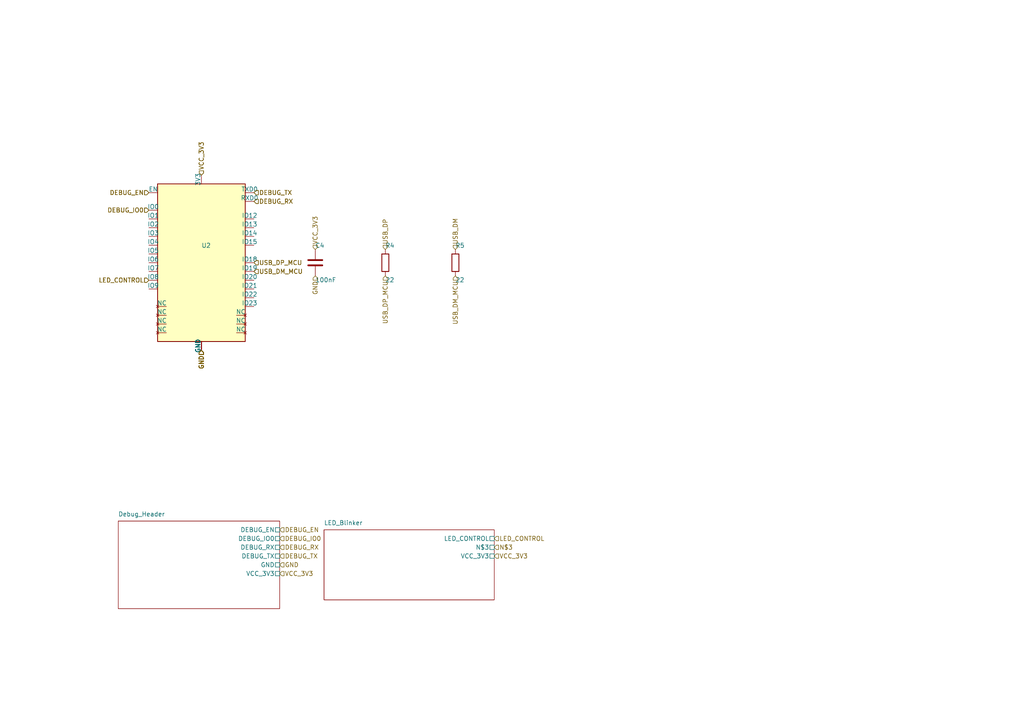
<source format=kicad_sch>
(kicad_sch (version 20250114) (generator "circuit_synth") (generator_version "9.0")
  (paper "A4")
  (lib_symbols
    (symbol "Device:C" (pin_numbers hide) (pin_names (offset 0))
      (property "Reference" "C" (at 0 0 0))
      (property "Value" "C" (at 0 0 0))
      (symbol "C_0_1"
        (polyline (pts (xy -2.032 0.762) (xy 2.032 0.762)) (stroke (width 0.508)))
        (polyline (pts (xy -2.032 -0.762) (xy 2.032 -0.762)) (stroke (width 0.508)))
      )
      (symbol "C_1_1"
        (pin passive line (at 0 3.81 270) (length 2.794) (name "~") (number "1"))
        (pin passive line (at 0 -3.81 90) (length 2.794) (name "~") (number "2"))
      )
    )
    (symbol "Device:R" (pin_numbers hide) (pin_names (offset 0))
      (property "Reference" "R" (at 0 0 0))
      (property "Value" "R" (at 0 0 0))
      (symbol "R_0_1"
        (rectangle (start -1.016 -2.54) (end 1.016 2.54) (stroke (width 0.254)))
      )
      (symbol "R_1_1"
        (pin passive line (at 0 3.81 270) (length 1.27) (name "~") (number "1"))
        (pin passive line (at 0 -3.81 90) (length 1.27) (name "~") (number "2"))
      )
    )
    (symbol "RF_Module:ESP32-C6-MINI-1" (pin_numbers hide) (pin_names (offset 0))
      (property "Reference" "U" (at 0 0 0))
      (property "Value" "ESP32-C6-MINI-1" (at 0 0 0))
      (symbol "ESP32-C6-MINI-1_0_1"
        (rectangle (start -12.7 22.86) (end 12.7 -22.86) (stroke (width 0.254)) (fill (type background)))
      )
      (symbol "ESP32-C6-MINI-1_1_1"
        (pin input line (at -15.24 20.32 0) (length 2.54) (name "EN") (number "8"))
        (pin bidirectional line (at -15.24 15.24 0) (length 2.54) (name "IO0") (number "12"))
        (pin bidirectional line (at -15.24 12.7 0) (length 2.54) (name "IO1") (number "13"))
        (pin bidirectional line (at -15.24 10.16 0) (length 2.54) (name "IO2") (number "5"))
        (pin bidirectional line (at -15.24 7.62 0) (length 2.54) (name "IO3") (number "6"))
        (pin bidirectional line (at -15.24 5.08 0) (length 2.54) (name "IO4") (number "9"))
        (pin bidirectional line (at -15.24 2.54 0) (length 2.54) (name "IO5") (number "10"))
        (pin bidirectional line (at -15.24 0 0) (length 2.54) (name "IO6") (number "15"))
        (pin bidirectional line (at -15.24 -2.54 0) (length 2.54) (name "IO7") (number "16"))
        (pin bidirectional line (at -15.24 -5.08 0) (length 2.54) (name "IO8") (number "22"))
        (pin bidirectional line (at -15.24 -7.62 0) (length 2.54) (name "IO9") (number "23"))
        (pin no_connect line (at -12.7 -12.7 0) (length 2.54) (name "NC") (number "32"))
        (pin no_connect line (at -12.7 -15.24 0) (length 2.54) (name "NC") (number "33"))
        (pin no_connect line (at -12.7 -17.78 0) (length 2.54) (name "NC") (number "34"))
        (pin no_connect line (at -12.7 -20.32 0) (length 2.54) (name "NC") (number "35"))
        (pin power_in line (at 0 25.4 270) (length 2.54) (name "3V3") (number "3"))
        (pin power_in line (at 0 -25.4 90) (length 2.54) (name "GND") (number "1"))
        (pin passive line (at 0 -25.4 90) (length 2.54) (name "GND") (number "11"))
        (pin passive line (at 0 -25.4 90) (length 2.54) (name "GND") (number "14"))
        (pin passive line (at 0 -25.4 90) (length 2.54) (name "GND") (number "2"))
        (pin passive line (at 0 -25.4 90) (length 2.54) (name "GND") (number "36"))
        (pin passive line (at 0 -25.4 90) (length 2.54) (name "GND") (number "37"))
        (pin passive line (at 0 -25.4 90) (length 2.54) (name "GND") (number "38"))
        (pin passive line (at 0 -25.4 90) (length 2.54) (name "GND") (number "39"))
        (pin passive line (at 0 -25.4 90) (length 2.54) (name "GND") (number "40"))
        (pin passive line (at 0 -25.4 90) (length 2.54) (name "GND") (number "41"))
        (pin passive line (at 0 -25.4 90) (length 2.54) (name "GND") (number "42"))
        (pin passive line (at 0 -25.4 90) (length 2.54) (name "GND") (number "43"))
        (pin passive line (at 0 -25.4 90) (length 2.54) (name "GND") (number "44"))
        (pin passive line (at 0 -25.4 90) (length 2.54) (name "GND") (number "45"))
        (pin passive line (at 0 -25.4 90) (length 2.54) (name "GND") (number "46"))
        (pin passive line (at 0 -25.4 90) (length 2.54) (name "GND") (number "47"))
        (pin passive line (at 0 -25.4 90) (length 2.54) (name "GND") (number "48"))
        (pin passive line (at 0 -25.4 90) (length 2.54) (name "GND") (number "49"))
        (pin passive line (at 0 -25.4 90) (length 2.54) (name "GND") (number "50"))
        (pin passive line (at 0 -25.4 90) (length 2.54) (name "GND") (number "51"))
        (pin passive line (at 0 -25.4 90) (length 2.54) (name "GND") (number "52"))
        (pin passive line (at 0 -25.4 90) (length 2.54) (name "GND") (number "53"))
        (pin no_connect line (at 12.7 -15.24 180) (length 2.54) (name "NC") (number "4"))
        (pin no_connect line (at 12.7 -17.78 180) (length 2.54) (name "NC") (number "7"))
        (pin no_connect line (at 12.7 -20.32 180) (length 2.54) (name "NC") (number "21"))
        (pin bidirectional line (at 15.24 20.32 180) (length 2.54) (name "TXD0") (number "31"))
        (pin bidirectional line (at 15.24 17.78 180) (length 2.54) (name "RXD0") (number "30"))
        (pin bidirectional line (at 15.24 12.7 180) (length 2.54) (name "IO12") (number "17"))
        (pin bidirectional line (at 15.24 10.16 180) (length 2.54) (name "IO13") (number "18"))
        (pin bidirectional line (at 15.24 7.62 180) (length 2.54) (name "IO14") (number "19"))
        (pin bidirectional line (at 15.24 5.08 180) (length 2.54) (name "IO15") (number "20"))
        (pin bidirectional line (at 15.24 0 180) (length 2.54) (name "IO18") (number "24"))
        (pin bidirectional line (at 15.24 -2.54 180) (length 2.54) (name "IO19") (number "25"))
        (pin bidirectional line (at 15.24 -5.08 180) (length 2.54) (name "IO20") (number "26"))
        (pin bidirectional line (at 15.24 -7.62 180) (length 2.54) (name "IO21") (number "27"))
        (pin bidirectional line (at 15.24 -10.16 180) (length 2.54) (name "IO22") (number "28"))
        (pin bidirectional line (at 15.24 -12.7 180) (length 2.54) (name "IO23") (number "29"))
      )
    )
  )
  (symbol (lib_id "RF_Module:ESP32-C6-MINI-1") (at 58.42 76.2 0) (unit 1)
    (property "Reference" "U2" (at 58.42 71.2 0) (effects (justify left)))
    (property "Footprint" "RF_Module:ESP32-C6-MINI-1" (effects (hide yes)))
  )
  (symbol (lib_id "Device:C") (at 91.44 76.2 0) (unit 1)
    (property "Reference" "C4" (at 91.44 71.2 0) (effects (justify left)))
    (property "Value" "100nF" (at 91.44 81.2 0) (effects (justify left)))
    (property "Footprint" "Capacitor_SMD:C_0603_1608Metric" (effects (hide yes)))
  )
  (symbol (lib_id "Device:R") (at 111.76 76.2 0) (unit 1)
    (property "Reference" "R4" (at 111.76 71.2 0) (effects (justify left)))
    (property "Value" "22" (at 111.76 81.2 0) (effects (justify left)))
    (property "Footprint" "Resistor_SMD:R_0603_1608Metric" (effects (hide yes)))
  )
  (symbol (lib_id "Device:R") (at 132.08 76.2 0) (unit 1)
    (property "Reference" "R5" (at 132.08 71.2 0) (effects (justify left)))
    (property "Value" "22" (at 132.08 81.2 0) (effects (justify left)))
    (property "Footprint" "Resistor_SMD:R_0603_1608Metric" (effects (hide yes)))
  )
  (hierarchical_label "DEBUG_EN" (shape input) (at 43.18 55.88 180))
  (hierarchical_label "DEBUG_EN" (shape input) (at 43.18 55.88 180))
  (hierarchical_label "DEBUG_IO0" (shape input) (at 43.18 60.96 180))
  (hierarchical_label "DEBUG_IO0" (shape input) (at 43.18 60.96 180))
  (hierarchical_label "LED_CONTROL" (shape input) (at 43.18 81.28 180))
  (hierarchical_label "LED_CONTROL" (shape input) (at 43.18 81.28 180))
  (hierarchical_label "VCC_3V3" (shape input) (at 58.42 50.8 90))
  (hierarchical_label "VCC_3V3" (shape input) (at 58.42 50.8 90))
  (hierarchical_label "VCC_3V3" (shape input) (at 91.44 72.39 90))
  (hierarchical_label "GND" (shape input) (at 58.42 101.6 270))
  (hierarchical_label "GND" (shape input) (at 58.42 101.6 270))
  (hierarchical_label "GND" (shape input) (at 58.42 101.6 270))
  (hierarchical_label "GND" (shape input) (at 58.42 101.6 270))
  (hierarchical_label "GND" (shape input) (at 58.42 101.6 270))
  (hierarchical_label "GND" (shape input) (at 58.42 101.6 270))
  (hierarchical_label "GND" (shape input) (at 58.42 101.6 270))
  (hierarchical_label "GND" (shape input) (at 58.42 101.6 270))
  (hierarchical_label "GND" (shape input) (at 58.42 101.6 270))
  (hierarchical_label "GND" (shape input) (at 58.42 101.6 270))
  (hierarchical_label "GND" (shape input) (at 58.42 101.6 270))
  (hierarchical_label "GND" (shape input) (at 58.42 101.6 270))
  (hierarchical_label "GND" (shape input) (at 58.42 101.6 270))
  (hierarchical_label "GND" (shape input) (at 58.42 101.6 270))
  (hierarchical_label "GND" (shape input) (at 58.42 101.6 270))
  (hierarchical_label "GND" (shape input) (at 58.42 101.6 270))
  (hierarchical_label "GND" (shape input) (at 58.42 101.6 270))
  (hierarchical_label "GND" (shape input) (at 58.42 101.6 270))
  (hierarchical_label "GND" (shape input) (at 58.42 101.6 270))
  (hierarchical_label "GND" (shape input) (at 58.42 101.6 270))
  (hierarchical_label "GND" (shape input) (at 58.42 101.6 270))
  (hierarchical_label "GND" (shape input) (at 58.42 101.6 270))
  (hierarchical_label "GND" (shape input) (at 91.44 80.01 270))
  (hierarchical_label "DEBUG_TX" (shape input) (at 73.66 55.88 0))
  (hierarchical_label "DEBUG_TX" (shape input) (at 73.66 55.88 0))
  (hierarchical_label "DEBUG_RX" (shape input) (at 73.66 58.42 0))
  (hierarchical_label "DEBUG_RX" (shape input) (at 73.66 58.42 0))
  (hierarchical_label "USB_DP_MCU" (shape input) (at 73.66 76.2 0))
  (hierarchical_label "USB_DP_MCU" (shape input) (at 73.66 76.2 0))
  (hierarchical_label "USB_DP_MCU" (shape input) (at 111.76 80.01 270))
  (hierarchical_label "USB_DM_MCU" (shape input) (at 73.66 78.74 0))
  (hierarchical_label "USB_DM_MCU" (shape input) (at 73.66 78.74 0))
  (hierarchical_label "USB_DM_MCU" (shape input) (at 132.08 80.01 270))
  (hierarchical_label "USB_DP" (shape input) (at 111.76 72.39 90))
  (hierarchical_label "USB_DM" (shape input) (at 132.08 72.39 90))
  (hierarchical_label "DEBUG_EN" (shape input) (at 81.12 153.67 0))
  (hierarchical_label "DEBUG_IO0" (shape input) (at 81.12 156.21 0))
  (hierarchical_label "DEBUG_RX" (shape input) (at 81.12 158.75 0))
  (hierarchical_label "DEBUG_TX" (shape input) (at 81.12 161.29 0))
  (hierarchical_label "GND" (shape input) (at 81.12 163.83 0))
  (hierarchical_label "VCC_3V3" (shape input) (at 81.12 166.37 0))
  (hierarchical_label "LED_CONTROL" (shape input) (at 143.35 156.21 0))
  (hierarchical_label "N$3" (shape input) (at 143.35 158.75 0))
  (hierarchical_label "VCC_3V3" (shape input) (at 143.35 161.29 0))
  (sheet (at 34.29 151.13) (size 46.83 25.4) (stroke (width 0.12))
    (property "Sheetname" "Debug_Header" (at 34.29 149.86 0) (effects (justify left bottom)))
    (property "Sheetfile" "Debug_Header.kicad_sch" (effects (hide yes)))
    (pin DEBUG_EN passive (at 79.85 153.67 0))
    (pin DEBUG_IO0 passive (at 79.85 156.21 0))
    (pin DEBUG_RX passive (at 79.85 158.75 0))
    (pin DEBUG_TX passive (at 79.85 161.29 0))
    (pin GND passive (at 79.85 163.83 0))
    (pin VCC_3V3 passive (at 79.85 166.37 0))
  )
  (sheet (at 93.98 153.67) (size 49.37 20.32) (stroke (width 0.12))
    (property "Sheetname" "LED_Blinker" (at 93.98 152.4 0) (effects (justify left bottom)))
    (property "Sheetfile" "LED_Blinker.kicad_sch" (effects (hide yes)))
    (pin LED_CONTROL passive (at 142.08 156.21 0))
    (pin N$3 passive (at 142.08 158.75 0))
    (pin VCC_3V3 passive (at 142.08 161.29 0))
  )
)
</source>
